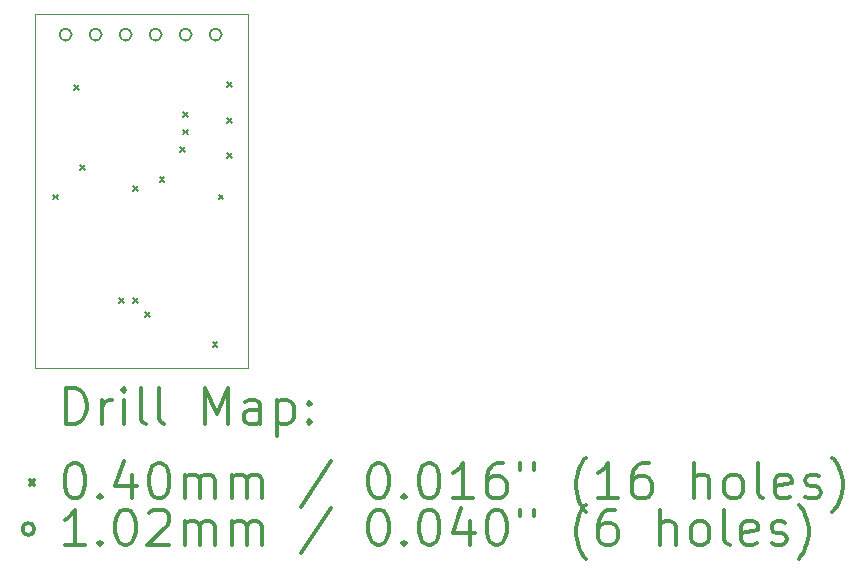
<source format=gbr>
%FSLAX45Y45*%
G04 Gerber Fmt 4.5, Leading zero omitted, Abs format (unit mm)*
G04 Created by KiCad (PCBNEW 4.0.2-stable) date 9/4/2016 3:07:41 AM*
%MOMM*%
G01*
G04 APERTURE LIST*
%ADD10C,0.127000*%
%ADD11C,0.100000*%
%ADD12C,0.200000*%
%ADD13C,0.300000*%
G04 APERTURE END LIST*
D10*
D11*
X15800000Y-14000000D02*
X15800000Y-11000000D01*
X14000000Y-14000000D02*
X15800000Y-14000000D01*
X14000000Y-11000000D02*
X14000000Y-14000000D01*
X15800000Y-11000000D02*
X14000000Y-11000000D01*
D12*
X14155000Y-12530000D02*
X14195000Y-12570000D01*
X14195000Y-12530000D02*
X14155000Y-12570000D01*
X14330000Y-11605000D02*
X14370000Y-11645000D01*
X14370000Y-11605000D02*
X14330000Y-11645000D01*
X14380000Y-12280000D02*
X14420000Y-12320000D01*
X14420000Y-12280000D02*
X14380000Y-12320000D01*
X14710000Y-13405000D02*
X14750000Y-13445000D01*
X14750000Y-13405000D02*
X14710000Y-13445000D01*
X14830000Y-12455000D02*
X14870000Y-12495000D01*
X14870000Y-12455000D02*
X14830000Y-12495000D01*
X14830000Y-13405000D02*
X14870000Y-13445000D01*
X14870000Y-13405000D02*
X14830000Y-13445000D01*
X14935309Y-13526831D02*
X14975309Y-13566831D01*
X14975309Y-13526831D02*
X14935309Y-13566831D01*
X15055000Y-12380000D02*
X15095000Y-12420000D01*
X15095000Y-12380000D02*
X15055000Y-12420000D01*
X15230000Y-12130000D02*
X15270000Y-12170000D01*
X15270000Y-12130000D02*
X15230000Y-12170000D01*
X15255000Y-11830000D02*
X15295000Y-11870000D01*
X15295000Y-11830000D02*
X15255000Y-11870000D01*
X15255000Y-11980000D02*
X15295000Y-12020000D01*
X15295000Y-11980000D02*
X15255000Y-12020000D01*
X15505000Y-13780000D02*
X15545000Y-13820000D01*
X15545000Y-13780000D02*
X15505000Y-13820000D01*
X15555000Y-12530000D02*
X15595000Y-12570000D01*
X15595000Y-12530000D02*
X15555000Y-12570000D01*
X15630000Y-11580000D02*
X15670000Y-11620000D01*
X15670000Y-11580000D02*
X15630000Y-11620000D01*
X15630000Y-11880000D02*
X15670000Y-11920000D01*
X15670000Y-11880000D02*
X15630000Y-11920000D01*
X15630000Y-12180000D02*
X15670000Y-12220000D01*
X15670000Y-12180000D02*
X15630000Y-12220000D01*
X14309800Y-11175000D02*
G75*
G03X14309800Y-11175000I-50800J0D01*
G01*
X14563800Y-11175000D02*
G75*
G03X14563800Y-11175000I-50800J0D01*
G01*
X14817800Y-11175000D02*
G75*
G03X14817800Y-11175000I-50800J0D01*
G01*
X15071800Y-11175000D02*
G75*
G03X15071800Y-11175000I-50800J0D01*
G01*
X15325800Y-11175000D02*
G75*
G03X15325800Y-11175000I-50800J0D01*
G01*
X15579800Y-11175000D02*
G75*
G03X15579800Y-11175000I-50800J0D01*
G01*
D13*
X14266428Y-14470714D02*
X14266428Y-14170714D01*
X14337857Y-14170714D01*
X14380714Y-14185000D01*
X14409286Y-14213571D01*
X14423571Y-14242143D01*
X14437857Y-14299286D01*
X14437857Y-14342143D01*
X14423571Y-14399286D01*
X14409286Y-14427857D01*
X14380714Y-14456429D01*
X14337857Y-14470714D01*
X14266428Y-14470714D01*
X14566428Y-14470714D02*
X14566428Y-14270714D01*
X14566428Y-14327857D02*
X14580714Y-14299286D01*
X14595000Y-14285000D01*
X14623571Y-14270714D01*
X14652143Y-14270714D01*
X14752143Y-14470714D02*
X14752143Y-14270714D01*
X14752143Y-14170714D02*
X14737857Y-14185000D01*
X14752143Y-14199286D01*
X14766428Y-14185000D01*
X14752143Y-14170714D01*
X14752143Y-14199286D01*
X14937857Y-14470714D02*
X14909286Y-14456429D01*
X14895000Y-14427857D01*
X14895000Y-14170714D01*
X15095000Y-14470714D02*
X15066428Y-14456429D01*
X15052143Y-14427857D01*
X15052143Y-14170714D01*
X15437857Y-14470714D02*
X15437857Y-14170714D01*
X15537857Y-14385000D01*
X15637857Y-14170714D01*
X15637857Y-14470714D01*
X15909286Y-14470714D02*
X15909286Y-14313571D01*
X15895000Y-14285000D01*
X15866428Y-14270714D01*
X15809286Y-14270714D01*
X15780714Y-14285000D01*
X15909286Y-14456429D02*
X15880714Y-14470714D01*
X15809286Y-14470714D01*
X15780714Y-14456429D01*
X15766428Y-14427857D01*
X15766428Y-14399286D01*
X15780714Y-14370714D01*
X15809286Y-14356429D01*
X15880714Y-14356429D01*
X15909286Y-14342143D01*
X16052143Y-14270714D02*
X16052143Y-14570714D01*
X16052143Y-14285000D02*
X16080714Y-14270714D01*
X16137857Y-14270714D01*
X16166428Y-14285000D01*
X16180714Y-14299286D01*
X16195000Y-14327857D01*
X16195000Y-14413571D01*
X16180714Y-14442143D01*
X16166428Y-14456429D01*
X16137857Y-14470714D01*
X16080714Y-14470714D01*
X16052143Y-14456429D01*
X16323571Y-14442143D02*
X16337857Y-14456429D01*
X16323571Y-14470714D01*
X16309286Y-14456429D01*
X16323571Y-14442143D01*
X16323571Y-14470714D01*
X16323571Y-14285000D02*
X16337857Y-14299286D01*
X16323571Y-14313571D01*
X16309286Y-14299286D01*
X16323571Y-14285000D01*
X16323571Y-14313571D01*
X13955000Y-14945000D02*
X13995000Y-14985000D01*
X13995000Y-14945000D02*
X13955000Y-14985000D01*
X14323571Y-14800714D02*
X14352143Y-14800714D01*
X14380714Y-14815000D01*
X14395000Y-14829286D01*
X14409286Y-14857857D01*
X14423571Y-14915000D01*
X14423571Y-14986429D01*
X14409286Y-15043571D01*
X14395000Y-15072143D01*
X14380714Y-15086429D01*
X14352143Y-15100714D01*
X14323571Y-15100714D01*
X14295000Y-15086429D01*
X14280714Y-15072143D01*
X14266428Y-15043571D01*
X14252143Y-14986429D01*
X14252143Y-14915000D01*
X14266428Y-14857857D01*
X14280714Y-14829286D01*
X14295000Y-14815000D01*
X14323571Y-14800714D01*
X14552143Y-15072143D02*
X14566428Y-15086429D01*
X14552143Y-15100714D01*
X14537857Y-15086429D01*
X14552143Y-15072143D01*
X14552143Y-15100714D01*
X14823571Y-14900714D02*
X14823571Y-15100714D01*
X14752143Y-14786429D02*
X14680714Y-15000714D01*
X14866428Y-15000714D01*
X15037857Y-14800714D02*
X15066428Y-14800714D01*
X15095000Y-14815000D01*
X15109286Y-14829286D01*
X15123571Y-14857857D01*
X15137857Y-14915000D01*
X15137857Y-14986429D01*
X15123571Y-15043571D01*
X15109286Y-15072143D01*
X15095000Y-15086429D01*
X15066428Y-15100714D01*
X15037857Y-15100714D01*
X15009286Y-15086429D01*
X14995000Y-15072143D01*
X14980714Y-15043571D01*
X14966428Y-14986429D01*
X14966428Y-14915000D01*
X14980714Y-14857857D01*
X14995000Y-14829286D01*
X15009286Y-14815000D01*
X15037857Y-14800714D01*
X15266428Y-15100714D02*
X15266428Y-14900714D01*
X15266428Y-14929286D02*
X15280714Y-14915000D01*
X15309286Y-14900714D01*
X15352143Y-14900714D01*
X15380714Y-14915000D01*
X15395000Y-14943571D01*
X15395000Y-15100714D01*
X15395000Y-14943571D02*
X15409286Y-14915000D01*
X15437857Y-14900714D01*
X15480714Y-14900714D01*
X15509286Y-14915000D01*
X15523571Y-14943571D01*
X15523571Y-15100714D01*
X15666428Y-15100714D02*
X15666428Y-14900714D01*
X15666428Y-14929286D02*
X15680714Y-14915000D01*
X15709286Y-14900714D01*
X15752143Y-14900714D01*
X15780714Y-14915000D01*
X15795000Y-14943571D01*
X15795000Y-15100714D01*
X15795000Y-14943571D02*
X15809286Y-14915000D01*
X15837857Y-14900714D01*
X15880714Y-14900714D01*
X15909286Y-14915000D01*
X15923571Y-14943571D01*
X15923571Y-15100714D01*
X16509286Y-14786429D02*
X16252143Y-15172143D01*
X16895000Y-14800714D02*
X16923571Y-14800714D01*
X16952143Y-14815000D01*
X16966428Y-14829286D01*
X16980714Y-14857857D01*
X16995000Y-14915000D01*
X16995000Y-14986429D01*
X16980714Y-15043571D01*
X16966428Y-15072143D01*
X16952143Y-15086429D01*
X16923571Y-15100714D01*
X16895000Y-15100714D01*
X16866428Y-15086429D01*
X16852143Y-15072143D01*
X16837857Y-15043571D01*
X16823571Y-14986429D01*
X16823571Y-14915000D01*
X16837857Y-14857857D01*
X16852143Y-14829286D01*
X16866428Y-14815000D01*
X16895000Y-14800714D01*
X17123571Y-15072143D02*
X17137857Y-15086429D01*
X17123571Y-15100714D01*
X17109286Y-15086429D01*
X17123571Y-15072143D01*
X17123571Y-15100714D01*
X17323571Y-14800714D02*
X17352143Y-14800714D01*
X17380714Y-14815000D01*
X17395000Y-14829286D01*
X17409286Y-14857857D01*
X17423571Y-14915000D01*
X17423571Y-14986429D01*
X17409286Y-15043571D01*
X17395000Y-15072143D01*
X17380714Y-15086429D01*
X17352143Y-15100714D01*
X17323571Y-15100714D01*
X17295000Y-15086429D01*
X17280714Y-15072143D01*
X17266428Y-15043571D01*
X17252143Y-14986429D01*
X17252143Y-14915000D01*
X17266428Y-14857857D01*
X17280714Y-14829286D01*
X17295000Y-14815000D01*
X17323571Y-14800714D01*
X17709286Y-15100714D02*
X17537857Y-15100714D01*
X17623571Y-15100714D02*
X17623571Y-14800714D01*
X17595000Y-14843571D01*
X17566428Y-14872143D01*
X17537857Y-14886429D01*
X17966428Y-14800714D02*
X17909286Y-14800714D01*
X17880714Y-14815000D01*
X17866428Y-14829286D01*
X17837857Y-14872143D01*
X17823571Y-14929286D01*
X17823571Y-15043571D01*
X17837857Y-15072143D01*
X17852143Y-15086429D01*
X17880714Y-15100714D01*
X17937857Y-15100714D01*
X17966428Y-15086429D01*
X17980714Y-15072143D01*
X17995000Y-15043571D01*
X17995000Y-14972143D01*
X17980714Y-14943571D01*
X17966428Y-14929286D01*
X17937857Y-14915000D01*
X17880714Y-14915000D01*
X17852143Y-14929286D01*
X17837857Y-14943571D01*
X17823571Y-14972143D01*
X18109286Y-14800714D02*
X18109286Y-14857857D01*
X18223571Y-14800714D02*
X18223571Y-14857857D01*
X18666428Y-15215000D02*
X18652143Y-15200714D01*
X18623571Y-15157857D01*
X18609286Y-15129286D01*
X18595000Y-15086429D01*
X18580714Y-15015000D01*
X18580714Y-14957857D01*
X18595000Y-14886429D01*
X18609286Y-14843571D01*
X18623571Y-14815000D01*
X18652143Y-14772143D01*
X18666428Y-14757857D01*
X18937857Y-15100714D02*
X18766428Y-15100714D01*
X18852143Y-15100714D02*
X18852143Y-14800714D01*
X18823571Y-14843571D01*
X18795000Y-14872143D01*
X18766428Y-14886429D01*
X19195000Y-14800714D02*
X19137857Y-14800714D01*
X19109286Y-14815000D01*
X19095000Y-14829286D01*
X19066428Y-14872143D01*
X19052143Y-14929286D01*
X19052143Y-15043571D01*
X19066428Y-15072143D01*
X19080714Y-15086429D01*
X19109286Y-15100714D01*
X19166428Y-15100714D01*
X19195000Y-15086429D01*
X19209286Y-15072143D01*
X19223571Y-15043571D01*
X19223571Y-14972143D01*
X19209286Y-14943571D01*
X19195000Y-14929286D01*
X19166428Y-14915000D01*
X19109286Y-14915000D01*
X19080714Y-14929286D01*
X19066428Y-14943571D01*
X19052143Y-14972143D01*
X19580714Y-15100714D02*
X19580714Y-14800714D01*
X19709286Y-15100714D02*
X19709286Y-14943571D01*
X19695000Y-14915000D01*
X19666428Y-14900714D01*
X19623571Y-14900714D01*
X19595000Y-14915000D01*
X19580714Y-14929286D01*
X19895000Y-15100714D02*
X19866428Y-15086429D01*
X19852143Y-15072143D01*
X19837857Y-15043571D01*
X19837857Y-14957857D01*
X19852143Y-14929286D01*
X19866428Y-14915000D01*
X19895000Y-14900714D01*
X19937857Y-14900714D01*
X19966428Y-14915000D01*
X19980714Y-14929286D01*
X19995000Y-14957857D01*
X19995000Y-15043571D01*
X19980714Y-15072143D01*
X19966428Y-15086429D01*
X19937857Y-15100714D01*
X19895000Y-15100714D01*
X20166428Y-15100714D02*
X20137857Y-15086429D01*
X20123571Y-15057857D01*
X20123571Y-14800714D01*
X20395000Y-15086429D02*
X20366429Y-15100714D01*
X20309286Y-15100714D01*
X20280714Y-15086429D01*
X20266429Y-15057857D01*
X20266429Y-14943571D01*
X20280714Y-14915000D01*
X20309286Y-14900714D01*
X20366429Y-14900714D01*
X20395000Y-14915000D01*
X20409286Y-14943571D01*
X20409286Y-14972143D01*
X20266429Y-15000714D01*
X20523571Y-15086429D02*
X20552143Y-15100714D01*
X20609286Y-15100714D01*
X20637857Y-15086429D01*
X20652143Y-15057857D01*
X20652143Y-15043571D01*
X20637857Y-15015000D01*
X20609286Y-15000714D01*
X20566429Y-15000714D01*
X20537857Y-14986429D01*
X20523571Y-14957857D01*
X20523571Y-14943571D01*
X20537857Y-14915000D01*
X20566429Y-14900714D01*
X20609286Y-14900714D01*
X20637857Y-14915000D01*
X20752143Y-15215000D02*
X20766429Y-15200714D01*
X20795000Y-15157857D01*
X20809286Y-15129286D01*
X20823571Y-15086429D01*
X20837857Y-15015000D01*
X20837857Y-14957857D01*
X20823571Y-14886429D01*
X20809286Y-14843571D01*
X20795000Y-14815000D01*
X20766429Y-14772143D01*
X20752143Y-14757857D01*
X13995000Y-15361000D02*
G75*
G03X13995000Y-15361000I-50800J0D01*
G01*
X14423571Y-15496714D02*
X14252143Y-15496714D01*
X14337857Y-15496714D02*
X14337857Y-15196714D01*
X14309286Y-15239571D01*
X14280714Y-15268143D01*
X14252143Y-15282429D01*
X14552143Y-15468143D02*
X14566428Y-15482429D01*
X14552143Y-15496714D01*
X14537857Y-15482429D01*
X14552143Y-15468143D01*
X14552143Y-15496714D01*
X14752143Y-15196714D02*
X14780714Y-15196714D01*
X14809286Y-15211000D01*
X14823571Y-15225286D01*
X14837857Y-15253857D01*
X14852143Y-15311000D01*
X14852143Y-15382429D01*
X14837857Y-15439571D01*
X14823571Y-15468143D01*
X14809286Y-15482429D01*
X14780714Y-15496714D01*
X14752143Y-15496714D01*
X14723571Y-15482429D01*
X14709286Y-15468143D01*
X14695000Y-15439571D01*
X14680714Y-15382429D01*
X14680714Y-15311000D01*
X14695000Y-15253857D01*
X14709286Y-15225286D01*
X14723571Y-15211000D01*
X14752143Y-15196714D01*
X14966428Y-15225286D02*
X14980714Y-15211000D01*
X15009286Y-15196714D01*
X15080714Y-15196714D01*
X15109286Y-15211000D01*
X15123571Y-15225286D01*
X15137857Y-15253857D01*
X15137857Y-15282429D01*
X15123571Y-15325286D01*
X14952143Y-15496714D01*
X15137857Y-15496714D01*
X15266428Y-15496714D02*
X15266428Y-15296714D01*
X15266428Y-15325286D02*
X15280714Y-15311000D01*
X15309286Y-15296714D01*
X15352143Y-15296714D01*
X15380714Y-15311000D01*
X15395000Y-15339571D01*
X15395000Y-15496714D01*
X15395000Y-15339571D02*
X15409286Y-15311000D01*
X15437857Y-15296714D01*
X15480714Y-15296714D01*
X15509286Y-15311000D01*
X15523571Y-15339571D01*
X15523571Y-15496714D01*
X15666428Y-15496714D02*
X15666428Y-15296714D01*
X15666428Y-15325286D02*
X15680714Y-15311000D01*
X15709286Y-15296714D01*
X15752143Y-15296714D01*
X15780714Y-15311000D01*
X15795000Y-15339571D01*
X15795000Y-15496714D01*
X15795000Y-15339571D02*
X15809286Y-15311000D01*
X15837857Y-15296714D01*
X15880714Y-15296714D01*
X15909286Y-15311000D01*
X15923571Y-15339571D01*
X15923571Y-15496714D01*
X16509286Y-15182429D02*
X16252143Y-15568143D01*
X16895000Y-15196714D02*
X16923571Y-15196714D01*
X16952143Y-15211000D01*
X16966428Y-15225286D01*
X16980714Y-15253857D01*
X16995000Y-15311000D01*
X16995000Y-15382429D01*
X16980714Y-15439571D01*
X16966428Y-15468143D01*
X16952143Y-15482429D01*
X16923571Y-15496714D01*
X16895000Y-15496714D01*
X16866428Y-15482429D01*
X16852143Y-15468143D01*
X16837857Y-15439571D01*
X16823571Y-15382429D01*
X16823571Y-15311000D01*
X16837857Y-15253857D01*
X16852143Y-15225286D01*
X16866428Y-15211000D01*
X16895000Y-15196714D01*
X17123571Y-15468143D02*
X17137857Y-15482429D01*
X17123571Y-15496714D01*
X17109286Y-15482429D01*
X17123571Y-15468143D01*
X17123571Y-15496714D01*
X17323571Y-15196714D02*
X17352143Y-15196714D01*
X17380714Y-15211000D01*
X17395000Y-15225286D01*
X17409286Y-15253857D01*
X17423571Y-15311000D01*
X17423571Y-15382429D01*
X17409286Y-15439571D01*
X17395000Y-15468143D01*
X17380714Y-15482429D01*
X17352143Y-15496714D01*
X17323571Y-15496714D01*
X17295000Y-15482429D01*
X17280714Y-15468143D01*
X17266428Y-15439571D01*
X17252143Y-15382429D01*
X17252143Y-15311000D01*
X17266428Y-15253857D01*
X17280714Y-15225286D01*
X17295000Y-15211000D01*
X17323571Y-15196714D01*
X17680714Y-15296714D02*
X17680714Y-15496714D01*
X17609286Y-15182429D02*
X17537857Y-15396714D01*
X17723571Y-15396714D01*
X17895000Y-15196714D02*
X17923571Y-15196714D01*
X17952143Y-15211000D01*
X17966428Y-15225286D01*
X17980714Y-15253857D01*
X17995000Y-15311000D01*
X17995000Y-15382429D01*
X17980714Y-15439571D01*
X17966428Y-15468143D01*
X17952143Y-15482429D01*
X17923571Y-15496714D01*
X17895000Y-15496714D01*
X17866428Y-15482429D01*
X17852143Y-15468143D01*
X17837857Y-15439571D01*
X17823571Y-15382429D01*
X17823571Y-15311000D01*
X17837857Y-15253857D01*
X17852143Y-15225286D01*
X17866428Y-15211000D01*
X17895000Y-15196714D01*
X18109286Y-15196714D02*
X18109286Y-15253857D01*
X18223571Y-15196714D02*
X18223571Y-15253857D01*
X18666428Y-15611000D02*
X18652143Y-15596714D01*
X18623571Y-15553857D01*
X18609286Y-15525286D01*
X18595000Y-15482429D01*
X18580714Y-15411000D01*
X18580714Y-15353857D01*
X18595000Y-15282429D01*
X18609286Y-15239571D01*
X18623571Y-15211000D01*
X18652143Y-15168143D01*
X18666428Y-15153857D01*
X18909286Y-15196714D02*
X18852143Y-15196714D01*
X18823571Y-15211000D01*
X18809286Y-15225286D01*
X18780714Y-15268143D01*
X18766428Y-15325286D01*
X18766428Y-15439571D01*
X18780714Y-15468143D01*
X18795000Y-15482429D01*
X18823571Y-15496714D01*
X18880714Y-15496714D01*
X18909286Y-15482429D01*
X18923571Y-15468143D01*
X18937857Y-15439571D01*
X18937857Y-15368143D01*
X18923571Y-15339571D01*
X18909286Y-15325286D01*
X18880714Y-15311000D01*
X18823571Y-15311000D01*
X18795000Y-15325286D01*
X18780714Y-15339571D01*
X18766428Y-15368143D01*
X19295000Y-15496714D02*
X19295000Y-15196714D01*
X19423571Y-15496714D02*
X19423571Y-15339571D01*
X19409286Y-15311000D01*
X19380714Y-15296714D01*
X19337857Y-15296714D01*
X19309286Y-15311000D01*
X19295000Y-15325286D01*
X19609286Y-15496714D02*
X19580714Y-15482429D01*
X19566428Y-15468143D01*
X19552143Y-15439571D01*
X19552143Y-15353857D01*
X19566428Y-15325286D01*
X19580714Y-15311000D01*
X19609286Y-15296714D01*
X19652143Y-15296714D01*
X19680714Y-15311000D01*
X19695000Y-15325286D01*
X19709286Y-15353857D01*
X19709286Y-15439571D01*
X19695000Y-15468143D01*
X19680714Y-15482429D01*
X19652143Y-15496714D01*
X19609286Y-15496714D01*
X19880714Y-15496714D02*
X19852143Y-15482429D01*
X19837857Y-15453857D01*
X19837857Y-15196714D01*
X20109286Y-15482429D02*
X20080714Y-15496714D01*
X20023571Y-15496714D01*
X19995000Y-15482429D01*
X19980714Y-15453857D01*
X19980714Y-15339571D01*
X19995000Y-15311000D01*
X20023571Y-15296714D01*
X20080714Y-15296714D01*
X20109286Y-15311000D01*
X20123571Y-15339571D01*
X20123571Y-15368143D01*
X19980714Y-15396714D01*
X20237857Y-15482429D02*
X20266429Y-15496714D01*
X20323571Y-15496714D01*
X20352143Y-15482429D01*
X20366429Y-15453857D01*
X20366429Y-15439571D01*
X20352143Y-15411000D01*
X20323571Y-15396714D01*
X20280714Y-15396714D01*
X20252143Y-15382429D01*
X20237857Y-15353857D01*
X20237857Y-15339571D01*
X20252143Y-15311000D01*
X20280714Y-15296714D01*
X20323571Y-15296714D01*
X20352143Y-15311000D01*
X20466428Y-15611000D02*
X20480714Y-15596714D01*
X20509286Y-15553857D01*
X20523571Y-15525286D01*
X20537857Y-15482429D01*
X20552143Y-15411000D01*
X20552143Y-15353857D01*
X20537857Y-15282429D01*
X20523571Y-15239571D01*
X20509286Y-15211000D01*
X20480714Y-15168143D01*
X20466428Y-15153857D01*
M02*

</source>
